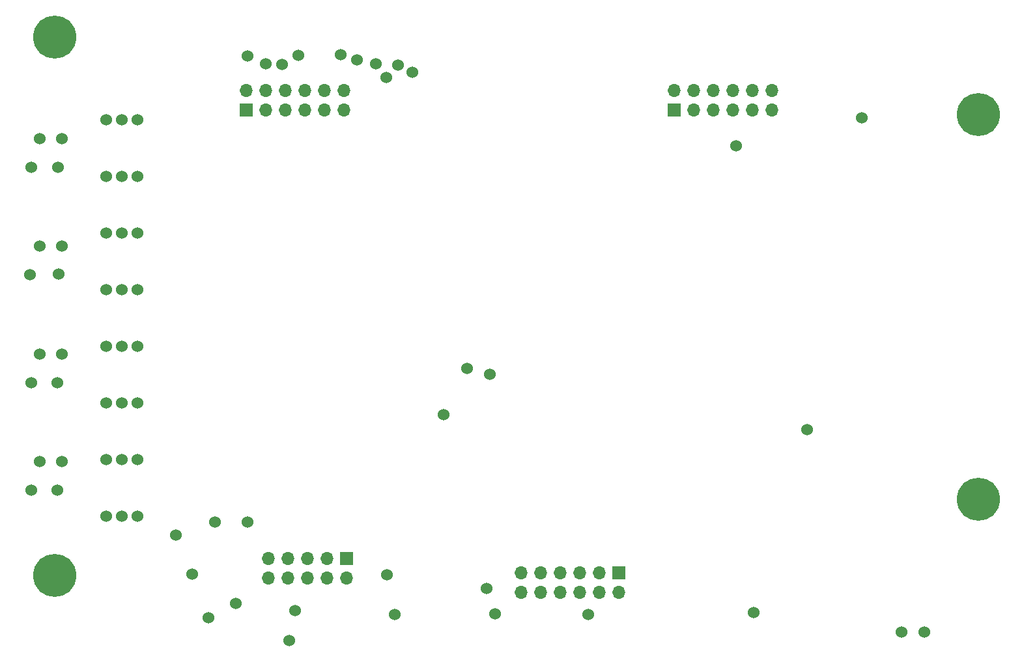
<source format=gbr>
%TF.GenerationSoftware,KiCad,Pcbnew,(6.0.10)*%
%TF.CreationDate,2023-02-14T14:41:43+00:00*%
%TF.ProjectId,Bed_of_nails,4265645f-6f66-45f6-9e61-696c732e6b69,AC*%
%TF.SameCoordinates,Original*%
%TF.FileFunction,Soldermask,Top*%
%TF.FilePolarity,Negative*%
%FSLAX46Y46*%
G04 Gerber Fmt 4.6, Leading zero omitted, Abs format (unit mm)*
G04 Created by KiCad (PCBNEW (6.0.10)) date 2023-02-14 14:41:43*
%MOMM*%
%LPD*%
G01*
G04 APERTURE LIST*
%ADD10R,1.700000X1.700000*%
%ADD11O,1.700000X1.700000*%
%ADD12C,1.524000*%
%ADD13C,5.600000*%
%ADD14C,3.600000*%
G04 APERTURE END LIST*
D10*
%TO.C,J1*%
X178489999Y-60280000D03*
D11*
X178489999Y-57740000D03*
X181029999Y-60280000D03*
X181029999Y-57740000D03*
X183569999Y-60280000D03*
X183569999Y-57740000D03*
X186109999Y-60280000D03*
X186109999Y-57740000D03*
X188649999Y-60280000D03*
X188649999Y-57740000D03*
X191189999Y-60280000D03*
X191189999Y-57740000D03*
%TD*%
D12*
%TO.C,TP46*%
X113769749Y-115569999D03*
%TD*%
D13*
%TO.C,REF\u002A\u002A*%
X97989762Y-50790000D03*
D14*
X97989762Y-50790000D03*
%TD*%
D12*
%TO.C,TP5*%
X151629762Y-93900000D03*
%TD*%
%TO.C,TP21*%
X129229762Y-125400000D03*
%TD*%
%TO.C,TP3*%
X211029762Y-128150000D03*
%TD*%
%TO.C,TP42*%
X115908360Y-120627851D03*
%TD*%
%TO.C,TP28*%
X96079762Y-78000000D03*
%TD*%
%TO.C,TP2*%
X155229762Y-125800000D03*
%TD*%
%TO.C,TP15*%
X98929762Y-92000000D03*
%TD*%
%TO.C,TP24*%
X96079762Y-64000000D03*
%TD*%
%TO.C,TP9*%
X195779762Y-101800000D03*
%TD*%
D13*
%TO.C,REF\u002A\u002A*%
X218049762Y-60840000D03*
D14*
X218049762Y-60840000D03*
%TD*%
D12*
%TO.C,TP38*%
X141109776Y-56020001D03*
%TD*%
%TO.C,TP14*%
X98429762Y-67700000D03*
%TD*%
%TO.C,TP26*%
X96079762Y-92000000D03*
%TD*%
%TO.C,TP37*%
X142631871Y-54460000D03*
%TD*%
%TO.C,TP23*%
X154179762Y-122500000D03*
%TD*%
%TO.C,TP13*%
X98929762Y-63950000D03*
%TD*%
%TO.C,TP6*%
X186529762Y-64900000D03*
%TD*%
%TO.C,TP11*%
X202929762Y-61300000D03*
%TD*%
D14*
%TO.C,REF\u002A\u002A*%
X97989762Y-120830000D03*
D13*
X97989762Y-120830000D03*
%TD*%
D12*
%TO.C,TP45*%
X188820714Y-125670000D03*
%TD*%
%TO.C,TP4*%
X128479762Y-129250000D03*
%TD*%
%TO.C,TP32*%
X129692357Y-53139386D03*
%TD*%
%TO.C,TP18*%
X98479762Y-81600000D03*
%TD*%
%TO.C,TP25*%
X94979762Y-67700000D03*
%TD*%
%TO.C,TP8*%
X154529762Y-94600000D03*
%TD*%
%TO.C,TP1*%
X142179762Y-125850000D03*
%TD*%
%TO.C,TP34*%
X125399744Y-54290031D03*
%TD*%
%TO.C,TP39*%
X139724085Y-54290000D03*
%TD*%
%TO.C,TP19*%
X98929762Y-105950000D03*
%TD*%
%TO.C,TP33*%
X127589756Y-54319989D03*
%TD*%
%TO.C,TP48*%
X123074732Y-113840019D03*
%TD*%
D14*
%TO.C,REF\u002A\u002A*%
X218029762Y-110880000D03*
D13*
X218029762Y-110880000D03*
%TD*%
D12*
%TO.C,TP22*%
X141229762Y-120750000D03*
%TD*%
%TO.C,TP7*%
X148529762Y-99850000D03*
%TD*%
%TO.C,TP35*%
X123039759Y-53260001D03*
%TD*%
%TO.C,TP47*%
X121559737Y-124419975D03*
%TD*%
%TO.C,TP30*%
X96079762Y-106000000D03*
%TD*%
%TO.C,TP16*%
X98379762Y-95700000D03*
%TD*%
%TO.C,TP41*%
X135199793Y-53069999D03*
%TD*%
%TO.C,TP20*%
X98329762Y-109700000D03*
%TD*%
%TO.C,TP29*%
X94829762Y-81700000D03*
%TD*%
D10*
%TO.C,J4*%
X135939999Y-118590000D03*
D11*
X135939999Y-121130000D03*
X133399999Y-118590000D03*
X133399999Y-121130000D03*
X130859999Y-118590000D03*
X130859999Y-121130000D03*
X128319999Y-118590000D03*
X128319999Y-121130000D03*
X125779999Y-118590000D03*
X125779999Y-121130000D03*
%TD*%
D10*
%TO.C,J3*%
X171319999Y-120440000D03*
D11*
X171319999Y-122980000D03*
X168779999Y-120440000D03*
X168779999Y-122980000D03*
X166239999Y-120440000D03*
X166239999Y-122980000D03*
X163699999Y-120440000D03*
X163699999Y-122980000D03*
X161159999Y-120440000D03*
X161159999Y-122980000D03*
X158619999Y-120440000D03*
X158619999Y-122980000D03*
%TD*%
D12*
%TO.C,TP31*%
X94979762Y-109700000D03*
%TD*%
D10*
%TO.C,J2*%
X122909999Y-60280000D03*
D11*
X122909999Y-57740000D03*
X125449999Y-60280000D03*
X125449999Y-57740000D03*
X127989999Y-60280000D03*
X127989999Y-57740000D03*
X130529999Y-60280000D03*
X130529999Y-57740000D03*
X133069999Y-60280000D03*
X133069999Y-57740000D03*
X135609999Y-60280000D03*
X135609999Y-57740000D03*
%TD*%
D12*
%TO.C,TP44*%
X118838414Y-113884320D03*
%TD*%
%TO.C,TP27*%
X94979762Y-95700000D03*
%TD*%
%TO.C,TP36*%
X144519749Y-55359977D03*
%TD*%
%TO.C,TP17*%
X98929762Y-77950000D03*
%TD*%
%TO.C,TP12*%
X167329762Y-125850000D03*
%TD*%
%TO.C,TP10*%
X208079762Y-128150000D03*
%TD*%
%TO.C,TP43*%
X117979761Y-126345023D03*
%TD*%
%TO.C,TP40*%
X137299778Y-53780011D03*
%TD*%
%TO.C,J12*%
X108720000Y-91017140D03*
X106720000Y-91017140D03*
X104720000Y-91017140D03*
%TD*%
%TO.C,J7*%
X108720000Y-83652855D03*
X106720000Y-83652855D03*
X104720000Y-83652855D03*
%TD*%
%TO.C,J8*%
X108720000Y-98381425D03*
X106720000Y-98381425D03*
X104720000Y-98381425D03*
%TD*%
%TO.C,J13*%
X108720000Y-105745710D03*
X106720000Y-105745710D03*
X104720000Y-105745710D03*
%TD*%
%TO.C,J11*%
X108720000Y-76288570D03*
X106720000Y-76288570D03*
X104720000Y-76288570D03*
%TD*%
%TO.C,J10*%
X108720000Y-61560000D03*
X106720000Y-61560000D03*
X104720000Y-61560000D03*
%TD*%
%TO.C,J9*%
X108720000Y-113110000D03*
X106720000Y-113110000D03*
X104720000Y-113110000D03*
%TD*%
%TO.C,J6*%
X108720000Y-68924285D03*
X106720000Y-68924285D03*
X104720000Y-68924285D03*
%TD*%
M02*

</source>
